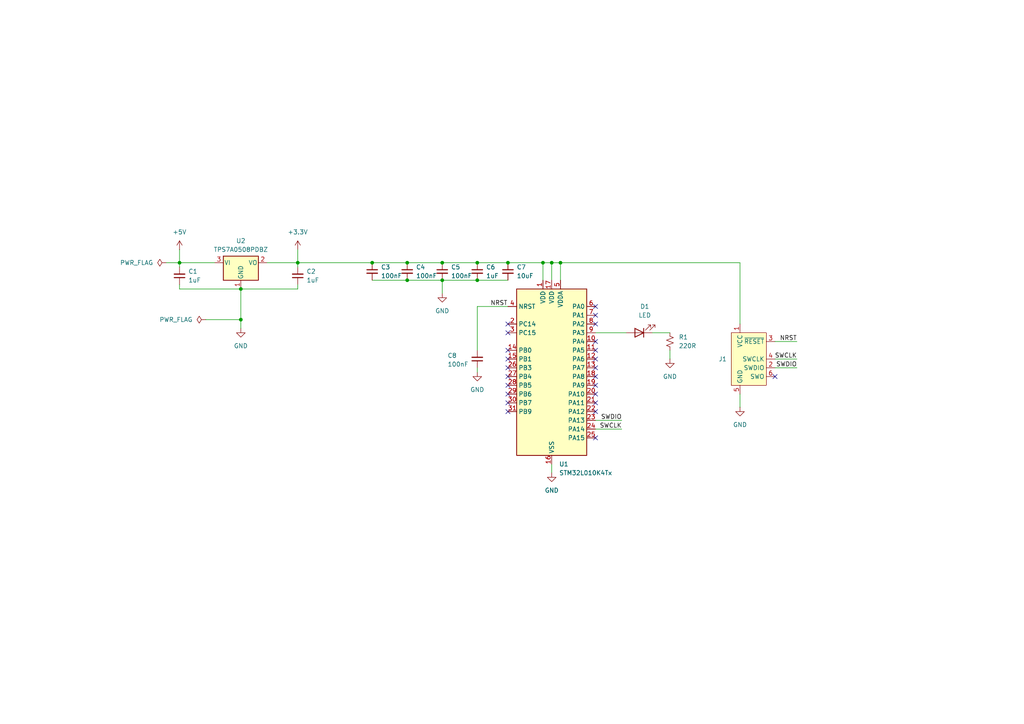
<source format=kicad_sch>
(kicad_sch (version 20250114) (generator "eeschema") (generator_version "9.0")
  (paper "A4")
  (title_block (title "Freeform Clock") (date "2026-01-25") (rev "V1") (comment 1 "Note there is no PCB, just freeform using brass rods."))
  (lib_symbols
    (symbol "Connector:Conn_ARM_SWD_TagConnect_TC2030" (in_bom no)
      (property "Reference" "J" (at 2.54 11.43 0))
      (property "Value" "Conn_ARM_SWD_TagConnect_TC2030" (at 5.08 8.89 0))
      (symbol "Conn_ARM_SWD_TagConnect_TC2030_0_0"
        (pin power_in line (at -2.54 10.16 270) (length 2.54) (name "VCC") (number "1"))
        (pin power_in line (at -2.54 -10.16 90) (length 2.54) (name "GND") (number "5"))
        (pin open_collector line (at 7.62 5.08 180) (length 2.54) (name "~{RESET}") (number "3"))
        (pin output line (at 7.62 0 180) (length 2.54) (name "SWCLK") (number "4"))
        (pin bidirectional line (at 7.62 -2.54 180) (length 2.54) (name "SWDIO") (number "2"))
        (pin input line (at 7.62 -5.08 180) (length 2.54) (name "SWO") (number "6"))
      )
      (symbol "Conn_ARM_SWD_TagConnect_TC2030_0_1"
        (rectangle (start -5.08 7.62) (end 5.08 -7.62) (fill (type background)))
      )
    )
    (symbol "Device:C_Small" (pin_numbers (hide yes)) (pin_names (offset 0.254) (hide yes))
      (property "Reference" "C" (at 0.254 1.778 0))
      (property "Value" "C_Small" (at 0.254 -2.032 0))
      (symbol "C_Small_0_1"
        (polyline (pts (xy -1.524 0.508) (xy 1.524 0.508)) (stroke (width 0.3048)))
        (polyline (pts (xy -1.524 -0.508) (xy 1.524 -0.508)) (stroke (width 0.3302)))
      )
      (symbol "C_Small_1_1"
        (pin passive line (at 0 2.54 270) (length 2.032) (name "~") (number "1"))
        (pin passive line (at 0 -2.54 90) (length 2.032) (name "~") (number "2"))
      )
    )
    (symbol "Device:LED" (pin_numbers (hide yes)) (pin_names (offset 1.016) (hide yes))
      (property "Reference" "D" (at 0 2.54 0))
      (property "Value" "LED" (at 0 -2.54 0))
      (symbol "LED_0_1"
        (polyline (pts (xy -3.048 -0.762) (xy -4.572 -2.286) (xy -3.81 -2.286) (xy -4.572 -2.286) (xy -4.572 -1.524)))
        (polyline (pts (xy -1.778 -0.762) (xy -3.302 -2.286) (xy -2.54 -2.286) (xy -3.302 -2.286) (xy -3.302 -1.524)))
        (polyline (pts (xy -1.27 0) (xy 1.27 0)))
        (polyline (pts (xy -1.27 -1.27) (xy -1.27 1.27)) (stroke (width 0.254)))
        (polyline (pts (xy 1.27 -1.27) (xy 1.27 1.27) (xy -1.27 0) (xy 1.27 -1.27)) (stroke (width 0.254)))
      )
      (symbol "LED_1_1"
        (pin passive line (at -3.81 0 0) (length 2.54) (name "K") (number "1"))
        (pin passive line (at 3.81 0 180) (length 2.54) (name "A") (number "2"))
      )
    )
    (symbol "Device:R_Small_US" (pin_numbers (hide yes)) (pin_names (offset 0.254) (hide yes))
      (property "Reference" "R" (at 0.762 0.508 0))
      (property "Value" "R_Small_US" (at 0.762 -1.016 0))
      (symbol "R_Small_US_1_1"
        (polyline (pts (xy 0 1.524) (xy 1.016 1.143) (xy 0 0.762) (xy -1.016 0.381) (xy 0 0)))
        (polyline (pts (xy 0 0) (xy 1.016 -0.381) (xy 0 -0.762) (xy -1.016 -1.143) (xy 0 -1.524)))
        (pin passive line (at 0 2.54 270) (length 1.016) (name "~") (number "1"))
        (pin passive line (at 0 -2.54 90) (length 1.016) (name "~") (number "2"))
      )
    )
    (symbol "MCU_ST_STM32L0:STM32L010K4Tx"
      (property "Reference" "U" (at -10.16 26.67 0))
      (property "Value" "STM32L010K4Tx" (at 5.08 26.67 0))
      (symbol "STM32L010K4Tx_0_1"
        (rectangle (start -10.16 -22.86) (end 10.16 25.4) (stroke (width 0.254)) (fill (type background)))
      )
      (symbol "STM32L010K4Tx_1_1"
        (pin input line (at -12.7 20.32 0) (length 2.54) (name "NRST") (number "4"))
        (pin bidirectional line (at -12.7 15.24 0) (length 2.54) (name "PC14") (number "2"))
        (pin bidirectional line (at -12.7 12.7 0) (length 2.54) (name "PC15") (number "3"))
        (pin bidirectional line (at -12.7 7.62 0) (length 2.54) (name "PB0") (number "14"))
        (pin bidirectional line (at -12.7 5.08 0) (length 2.54) (name "PB1") (number "15"))
        (pin bidirectional line (at -12.7 2.54 0) (length 2.54) (name "PB3") (number "26"))
        (pin bidirectional line (at -12.7 0 0) (length 2.54) (name "PB4") (number "27"))
        (pin bidirectional line (at -12.7 -2.54 0) (length 2.54) (name "PB5") (number "28"))
        (pin bidirectional line (at -12.7 -5.08 0) (length 2.54) (name "PB6") (number "29"))
        (pin bidirectional line (at -12.7 -7.62 0) (length 2.54) (name "PB7") (number "30"))
        (pin bidirectional line (at -12.7 -10.16 0) (length 2.54) (name "PB9") (number "31"))
        (pin power_in line (at -2.54 27.94 270) (length 2.54) (name "VDD") (number "1"))
        (pin power_in line (at 0 27.94 270) (length 2.54) (name "VDD") (number "17"))
        (pin power_in line (at 0 -25.4 90) (length 2.54) (name "VSS") (number "16"))
        (pin passive line (at 0 -25.4 90) (length 2.54) (hide yes) (name "VSS") (number "32"))
        (pin power_in line (at 2.54 27.94 270) (length 2.54) (name "VDDA") (number "5"))
        (pin bidirectional line (at 12.7 20.32 180) (length 2.54) (name "PA0") (number "6"))
        (pin bidirectional line (at 12.7 17.78 180) (length 2.54) (name "PA1") (number "7"))
        (pin bidirectional line (at 12.7 15.24 180) (length 2.54) (name "PA2") (number "8"))
        (pin bidirectional line (at 12.7 12.7 180) (length 2.54) (name "PA3") (number "9"))
        (pin bidirectional line (at 12.7 10.16 180) (length 2.54) (name "PA4") (number "10"))
        (pin bidirectional line (at 12.7 7.62 180) (length 2.54) (name "PA5") (number "11"))
        (pin bidirectional line (at 12.7 5.08 180) (length 2.54) (name "PA6") (number "12"))
        (pin bidirectional line (at 12.7 2.54 180) (length 2.54) (name "PA7") (number "13"))
        (pin bidirectional line (at 12.7 0 180) (length 2.54) (name "PA8") (number "18"))
        (pin bidirectional line (at 12.7 -2.54 180) (length 2.54) (name "PA9") (number "19"))
        (pin bidirectional line (at 12.7 -5.08 180) (length 2.54) (name "PA10") (number "20"))
        (pin bidirectional line (at 12.7 -7.62 180) (length 2.54) (name "PA11") (number "21"))
        (pin bidirectional line (at 12.7 -10.16 180) (length 2.54) (name "PA12") (number "22"))
        (pin bidirectional line (at 12.7 -12.7 180) (length 2.54) (name "PA13") (number "23"))
        (pin bidirectional line (at 12.7 -15.24 180) (length 2.54) (name "PA14") (number "24"))
        (pin bidirectional line (at 12.7 -17.78 180) (length 2.54) (name "PA15") (number "25"))
      )
    )
    (symbol "Regulator_Linear:TPS7A0508PDBZ" (pin_names (offset 0.254))
      (property "Reference" "U" (at -3.81 3.175 0))
      (property "Value" "TPS7A0508PDBZ" (at 0 3.175 0))
      (symbol "TPS7A0508PDBZ_0_1"
        (rectangle (start -5.08 -5.08) (end 5.08 1.905) (stroke (width 0.254)) (fill (type background)))
      )
      (symbol "TPS7A0508PDBZ_1_1"
        (pin power_in line (at -7.62 0 0) (length 2.54) (name "VI") (number "3"))
        (pin power_in line (at 0 -7.62 90) (length 2.54) (name "GND") (number "1"))
        (pin power_out line (at 7.62 0 180) (length 2.54) (name "VO") (number "2"))
      )
    )
    (symbol "power:+3.3V" (power) (pin_numbers (hide yes)) (pin_names (offset 0) (hide yes))
      (property "Value" "+3.3V" (at 0 3.556 0))
      (symbol "+3.3V_0_1"
        (polyline (pts (xy -0.762 1.27) (xy 0 2.54)))
        (polyline (pts (xy 0 2.54) (xy 0.762 1.27)))
        (polyline (pts (xy 0 0) (xy 0 2.54)))
      )
      (symbol "+3.3V_1_1"
        (pin power_in line (at 0 0 90) (length 0) (name "~") (number "1"))
      )
    )
    (symbol "power:+5V" (power) (pin_numbers (hide yes)) (pin_names (offset 0) (hide yes))
      (property "Value" "+5V" (at 0 3.556 0))
      (symbol "+5V_0_1"
        (polyline (pts (xy -0.762 1.27) (xy 0 2.54)))
        (polyline (pts (xy 0 2.54) (xy 0.762 1.27)))
        (polyline (pts (xy 0 0) (xy 0 2.54)))
      )
      (symbol "+5V_1_1"
        (pin power_in line (at 0 0 90) (length 0) (name "~") (number "1"))
      )
    )
    (symbol "power:GND" (power) (pin_numbers (hide yes)) (pin_names (offset 0) (hide yes))
      (property "Value" "GND" (at 0 -3.81 0))
      (symbol "GND_0_1"
        (polyline (pts (xy 0 0) (xy 0 -1.27) (xy 1.27 -1.27) (xy 0 -2.54) (xy -1.27 -1.27) (xy 0 -1.27)))
      )
      (symbol "GND_1_1"
        (pin power_in line (at 0 0 270) (length 0) (name "~") (number "1"))
      )
    )
    (symbol "power:PWR_FLAG" (power) (pin_numbers (hide yes)) (pin_names (offset 0) (hide yes))
      (property "Value" "PWR_FLAG" (at 0 3.81 0))
      (symbol "PWR_FLAG_0_0"
        (pin power_out line (at 0 0 90) (length 0) (name "~") (number "1"))
      )
      (symbol "PWR_FLAG_0_1"
        (polyline (pts (xy 0 0) (xy 0 1.27) (xy -1.016 1.905) (xy 0 2.54) (xy 1.016 1.905) (xy 0 1.27)))
      )
    )
  )
  (junction (at 69.85 92.71))
  (junction (at 69.85 83.82))
  (junction (at 118.11 76.2))
  (junction (at 160.02 76.2))
  (junction (at 147.32 76.2))
  (junction (at 162.56 76.2))
  (junction (at 138.43 81.28))
  (junction (at 107.95 76.2))
  (junction (at 157.48 76.2))
  (junction (at 118.11 81.28))
  (junction (at 86.36 76.2))
  (junction (at 128.27 81.28))
  (junction (at 138.43 76.2))
  (junction (at 52.07 76.2))
  (junction (at 128.27 76.2))
  (no_connect (at 172.72 109.22))
  (no_connect (at 172.72 111.76))
  (no_connect (at 172.72 119.38))
  (no_connect (at 147.32 116.84))
  (no_connect (at 172.72 99.06))
  (no_connect (at 172.72 127))
  (no_connect (at 172.72 116.84))
  (no_connect (at 147.32 119.38))
  (no_connect (at 147.32 104.14))
  (no_connect (at 147.32 106.68))
  (no_connect (at 172.72 106.68))
  (no_connect (at 172.72 104.14))
  (no_connect (at 172.72 93.98))
  (no_connect (at 172.72 114.3))
  (no_connect (at 147.32 114.3))
  (no_connect (at 147.32 111.76))
  (no_connect (at 172.72 91.44))
  (no_connect (at 147.32 101.6))
  (no_connect (at 147.32 109.22))
  (no_connect (at 172.72 88.9))
  (no_connect (at 147.32 96.52))
  (no_connect (at 172.72 101.6))
  (no_connect (at 147.32 93.98))
  (no_connect (at 224.79 109.22))
  (wire (pts (xy 118.11 81.28) (xy 128.27 81.28)))
  (wire (pts (xy 107.95 76.2) (xy 118.11 76.2)))
  (wire (pts (xy 224.79 99.06) (xy 231.14 99.06)))
  (wire (pts (xy 214.63 114.3) (xy 214.63 118.11)))
  (wire (pts (xy 162.56 76.2) (xy 160.02 76.2)))
  (wire (pts (xy 147.32 76.2) (xy 157.48 76.2)))
  (wire (pts (xy 52.07 72.39) (xy 52.07 76.2)))
  (wire (pts (xy 172.72 124.46) (xy 180.34 124.46)))
  (wire (pts (xy 160.02 76.2) (xy 160.02 81.28)))
  (wire (pts (xy 86.36 76.2) (xy 86.36 72.39)))
  (wire (pts (xy 172.72 121.92) (xy 180.34 121.92)))
  (wire (pts (xy 69.85 92.71) (xy 69.85 95.25)))
  (wire (pts (xy 194.31 101.6) (xy 194.31 104.14)))
  (wire (pts (xy 157.48 76.2) (xy 160.02 76.2)))
  (wire (pts (xy 224.79 104.14) (xy 231.14 104.14)))
  (wire (pts (xy 69.85 83.82) (xy 69.85 92.71)))
  (wire (pts (xy 86.36 76.2) (xy 107.95 76.2)))
  (wire (pts (xy 128.27 76.2) (xy 138.43 76.2)))
  (wire (pts (xy 52.07 76.2) (xy 52.07 77.47)))
  (wire (pts (xy 86.36 83.82) (xy 86.36 82.55)))
  (wire (pts (xy 69.85 83.82) (xy 86.36 83.82)))
  (wire (pts (xy 59.69 92.71) (xy 69.85 92.71)))
  (wire (pts (xy 138.43 106.68) (xy 138.43 107.95)))
  (wire (pts (xy 107.95 81.28) (xy 118.11 81.28)))
  (wire (pts (xy 118.11 76.2) (xy 128.27 76.2)))
  (wire (pts (xy 52.07 82.55) (xy 52.07 83.82)))
  (wire (pts (xy 138.43 81.28) (xy 147.32 81.28)))
  (wire (pts (xy 224.79 106.68) (xy 231.14 106.68)))
  (wire (pts (xy 128.27 81.28) (xy 128.27 85.09)))
  (wire (pts (xy 214.63 76.2) (xy 214.63 93.98)))
  (wire (pts (xy 160.02 134.62) (xy 160.02 137.16)))
  (wire (pts (xy 52.07 83.82) (xy 69.85 83.82)))
  (wire (pts (xy 86.36 77.47) (xy 86.36 76.2)))
  (wire (pts (xy 157.48 81.28) (xy 157.48 76.2)))
  (wire (pts (xy 172.72 96.52) (xy 181.61 96.52)))
  (wire (pts (xy 138.43 88.9) (xy 147.32 88.9)))
  (wire (pts (xy 52.07 76.2) (xy 62.23 76.2)))
  (wire (pts (xy 162.56 76.2) (xy 214.63 76.2)))
  (wire (pts (xy 138.43 88.9) (xy 138.43 101.6)))
  (wire (pts (xy 189.23 96.52) (xy 194.31 96.52)))
  (wire (pts (xy 77.47 76.2) (xy 86.36 76.2)))
  (wire (pts (xy 48.26 76.2) (xy 52.07 76.2)))
  (wire (pts (xy 138.43 76.2) (xy 147.32 76.2)))
  (wire (pts (xy 162.56 81.28) (xy 162.56 76.2)))
  (wire (pts (xy 128.27 81.28) (xy 138.43 81.28)))
  (label "NRST" (at 231.14 99.06 180))
  (label "SWCLK" (at 231.14 104.14 180))
  (label "SWDIO" (at 180.34 121.92 180))
  (label "NRST" (at 142.24 88.9 0))
  (label "SWCLK" (at 180.34 124.46 180))
  (label "SWDIO" (at 231.14 106.68 180))
  (symbol (lib_id "Device:C_Small") (at 138.43 104.14 180) (unit 1)
    (property "Reference" "C8" (at 129.794 103.124 0) (effects (justify right)))
    (property "Value" "100nF" (at 129.794 105.664 0) (effects (justify right)))
    (property "Description" "Unpolarized capacitor, small symbol" (effects (hide yes)))
  )
  (symbol (lib_id "Device:C_Small") (at 118.11 78.74 0) (unit 1)
    (property "Reference" "C4" (at 120.65 77.4762 0) (effects (justify left)))
    (property "Value" "100nF" (at 120.65 80.0162 0) (effects (justify left)))
    (property "Description" "Unpolarized capacitor, small symbol" (effects (hide yes)))
    (property "JLCPCB #" "C1525" (effects (hide yes)))
  )
  (symbol (lib_id "power:GND") (at 128.27 85.09 0) (unit 1)
    (property "Reference" "#PWR06" (effects (hide yes)))
    (property "Value" "GND" (at 128.27 90.17 0))
    (property "Description" "Power symbol creates a global label with name \"GND\" , ground" (effects (hide yes)))
  )
  (symbol (lib_id "Device:C_Small") (at 52.07 80.01 180) (unit 1)
    (property "Reference" "C1" (at 54.61 78.7335 0) (effects (justify right)))
    (property "Value" "1uF" (at 54.61 81.2735 0) (effects (justify right)))
    (property "Description" "Unpolarized capacitor, small symbol" (effects (hide yes)))
  )
  (symbol (lib_id "Device:C_Small") (at 147.32 78.74 0) (unit 1)
    (property "Reference" "C7" (at 149.86 77.4762 0) (effects (justify left)))
    (property "Value" "10uF" (at 149.86 80.0162 0) (effects (justify left)))
    (property "Description" "Unpolarized capacitor, small symbol" (effects (hide yes)))
  )
  (symbol (lib_id "power:PWR_FLAG") (at 48.26 76.2 90) (unit 1)
    (property "Reference" "#FLG01" (effects (hide yes)))
    (property "Value" "PWR_FLAG" (at 44.45 76.1999 90) (effects (justify left)))
    (property "Description" "Special symbol for telling ERC where power comes from" (effects (hide yes)))
  )
  (symbol (lib_id "Regulator_Linear:TPS7A0508PDBZ") (at 69.85 76.2 0) (unit 1)
    (property "Reference" "U2" (at 69.85 69.85 0))
    (property "Value" "TPS7A0508PDBZ" (at 69.85 72.39 0))
    (property "Footprint" "Package_TO_SOT_SMD:SOT-23" (effects (hide yes)))
    (property "Datasheet" "https://www.ti.com/lit/ds/symlink/tps7a05.pdf" (effects (hide yes)))
    (property "Description" "200-mA Ultra-Low-Iq LDO, 0.8V, SOT-23-3" (effects (hide yes)))
  )
  (symbol (lib_id "Device:C_Small") (at 86.36 80.01 180) (unit 1)
    (property "Reference" "C2" (at 88.9 78.7335 0) (effects (justify right)))
    (property "Value" "1uF" (at 88.9 81.2735 0) (effects (justify right)))
    (property "Description" "Unpolarized capacitor, small symbol" (effects (hide yes)))
  )
  (symbol (lib_id "power:PWR_FLAG") (at 59.69 92.71 90) (unit 1)
    (property "Reference" "#FLG02" (effects (hide yes)))
    (property "Value" "PWR_FLAG" (at 55.88 92.7099 90) (effects (justify left)))
    (property "Description" "Special symbol for telling ERC where power comes from" (effects (hide yes)))
  )
  (symbol (lib_id "Device:C_Small") (at 107.95 78.74 0) (unit 1)
    (property "Reference" "C3" (at 110.49 77.4762 0) (effects (justify left)))
    (property "Value" "100nF" (at 110.49 80.0162 0) (effects (justify left)))
    (property "Description" "Unpolarized capacitor, small symbol" (effects (hide yes)))
    (property "JLCPCB #" "C1525" (effects (hide yes)))
  )
  (symbol (lib_id "power:GND") (at 138.43 107.95 0) (unit 1)
    (property "Reference" "#PWR05" (effects (hide yes)))
    (property "Value" "GND" (at 138.43 113.03 0))
    (property "Description" "Power symbol creates a global label with name \"GND\" , ground" (effects (hide yes)))
  )
  (symbol (lib_id "power:GND") (at 214.63 118.11 0) (unit 1)
    (property "Reference" "#PWR08" (effects (hide yes)))
    (property "Value" "GND" (at 214.63 123.19 0))
    (property "Description" "Power symbol creates a global label with name \"GND\" , ground" (effects (hide yes)))
  )
  (symbol (lib_id "MCU_ST_STM32L0:STM32L010K4Tx") (at 160.02 109.22 0) (unit 1)
    (property "Reference" "U1" (at 162.1633 134.62 0) (effects (justify left)))
    (property "Value" "STM32L010K4Tx" (at 162.1633 137.16 0) (effects (justify left)))
    (property "Footprint" "Package_QFP:LQFP-32_7x7mm_P0.8mm" (effects (hide yes)))
    (property "Datasheet" "https://www.st.com/resource/en/datasheet/stm32l010k4.pdf" (effects (hide yes)))
    (property "Description" "STMicroelectronics Arm Cortex-M0+ MCU, 16KB flash, 2KB RAM, 32 MHz, 1.8-3.6V, 26 GPIO, LQFP32" (effects (hide yes)))
  )
  (symbol (lib_id "power:GND") (at 194.31 104.14 0) (unit 1)
    (property "Reference" "#PWR07" (effects (hide yes)))
    (property "Value" "GND" (at 194.31 109.22 0))
    (property "Description" "Power symbol creates a global label with name \"GND\" , ground" (effects (hide yes)))
  )
  (symbol (lib_id "Device:C_Small") (at 138.43 78.74 0) (unit 1)
    (property "Reference" "C6" (at 140.97 77.4762 0) (effects (justify left)))
    (property "Value" "1uF" (at 140.97 80.0162 0) (effects (justify left)))
    (property "Description" "Unpolarized capacitor, small symbol" (effects (hide yes)))
  )
  (symbol (lib_id "Device:LED") (at 185.42 96.52 180) (unit 1)
    (property "Reference" "D1" (at 187.0075 88.9 0))
    (property "Value" "LED" (at 187.0075 91.44 0))
    (property "Description" "Light emitting diode" (effects (hide yes)))
    (property "Sim.Pins" "1=K 2=A" (effects (hide yes)))
  )
  (symbol (lib_id "power:+5V") (at 52.07 72.39 0) (unit 1)
    (property "Reference" "#PWR01" (effects (hide yes)))
    (property "Value" "+5V" (at 52.07 67.31 0))
    (property "Description" "Power symbol creates a global label with name \"+5V\"" (effects (hide yes)))
  )
  (symbol (lib_id "Connector:Conn_ARM_SWD_TagConnect_TC2030") (at 217.17 104.14 0) (unit 1) (in_bom no)
    (property "Reference" "J1" (at 210.82 104.1399 0) (effects (justify right)))
    (property "Value" "Conn_ARM_SWD_TagConnect_TC2030" (effects (hide yes)))
    (property "Footprint" "Connector:Tag-Connect_TC2030-IDC-FP_2x03_P1.27mm_Vertical" (effects (hide yes)))
    (property "Datasheet" "https://www.tag-connect.com/wp-content/uploads/bsk-pdf-manager/TC2030-CTX_1.pdf" (effects (hide yes)))
    (property "Description" "Tag-Connect ARM Cortex SWD JTAG connector, 6 pin" (effects (hide yes)))
  )
  (symbol (lib_id "Device:R_Small_US") (at 194.31 99.06 0) (unit 1)
    (property "Reference" "R1" (at 196.85 97.7899 0) (effects (justify left)))
    (property "Value" "220R" (at 196.85 100.3299 0) (effects (justify left)))
    (property "Description" "Resistor, small US symbol" (effects (hide yes)))
  )
  (symbol (lib_id "power:GND") (at 69.85 95.25 0) (unit 1)
    (property "Reference" "#PWR03" (effects (hide yes)))
    (property "Value" "GND" (at 69.85 100.33 0))
    (property "Description" "Power symbol creates a global label with name \"GND\" , ground" (effects (hide yes)))
  )
  (symbol (lib_id "Device:C_Small") (at 128.27 78.74 0) (unit 1)
    (property "Reference" "C5" (at 130.81 77.4762 0) (effects (justify left)))
    (property "Value" "100nF" (at 130.81 80.0162 0) (effects (justify left)))
    (property "Description" "Unpolarized capacitor, small symbol" (effects (hide yes)))
  )
  (symbol (lib_id "power:GND") (at 160.02 137.16 0) (unit 1)
    (property "Reference" "#PWR04" (effects (hide yes)))
    (property "Value" "GND" (at 160.02 142.24 0))
    (property "Description" "Power symbol creates a global label with name \"GND\" , ground" (effects (hide yes)))
  )
  (symbol (lib_id "power:+3.3V") (at 86.36 72.39 0) (unit 1)
    (property "Reference" "#PWR02" (effects (hide yes)))
    (property "Value" "+3.3V" (at 86.36 67.31 0))
    (property "Description" "Power symbol creates a global label with name \"+3.3V\"" (effects (hide yes)))
  )
)
</source>
